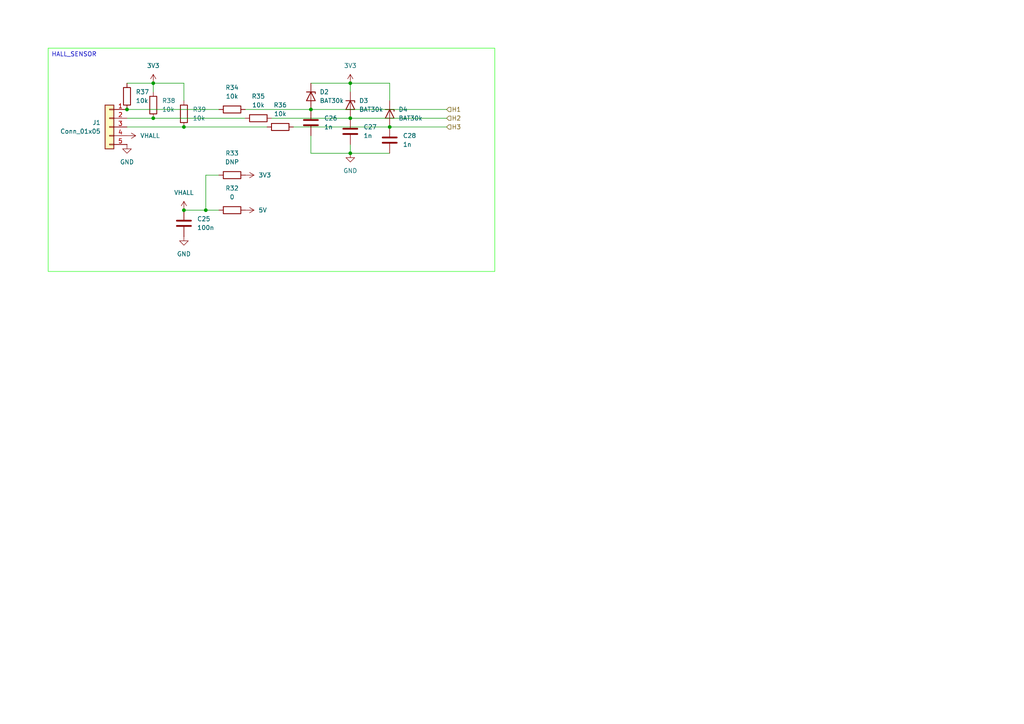
<source format=kicad_sch>
(kicad_sch (version 20231120) (generator "eeschema") (generator_version "8.0")
  (paper "A4")
  (lib_symbols
    (symbol "Connector_Generic:Conn_01x05" (pin_names (offset 1.016) hide)
      (property "Reference" "J" (at 0 7.62 0))
      (property "Value" "Conn_01x05" (at 0 -7.62 0))
      (symbol "Conn_01x05_1_1"
        (rectangle (start -1.27 -4.953) (end 0 -5.207) (stroke (width 0.1524)))
        (rectangle (start -1.27 -2.413) (end 0 -2.667) (stroke (width 0.1524)))
        (rectangle (start -1.27 0.127) (end 0 -0.127) (stroke (width 0.1524)))
        (rectangle (start -1.27 2.667) (end 0 2.413) (stroke (width 0.1524)))
        (rectangle (start -1.27 5.207) (end 0 4.953) (stroke (width 0.1524)))
        (rectangle (start -1.27 6.35) (end 1.27 -6.35) (stroke (width 0.254)) (fill (type background)))
        (pin passive line (at -5.08 5.08 0) (length 3.81) (name "Pin_1") (number "1"))
        (pin passive line (at -5.08 2.54 0) (length 3.81) (name "Pin_2") (number "2"))
        (pin passive line (at -5.08 0 0) (length 3.81) (name "Pin_3") (number "3"))
        (pin passive line (at -5.08 -2.54 0) (length 3.81) (name "Pin_4") (number "4"))
        (pin passive line (at -5.08 -5.08 0) (length 3.81) (name "Pin_5") (number "5"))
      )
    )
    (symbol "Device:C" (pin_numbers hide) (pin_names (offset 0.254))
      (property "Reference" "C" (at 0.635 2.54 0))
      (property "Value" "C" (at 0.635 -2.54 0))
      (symbol "C_0_1"
        (polyline (pts (xy -2.032 -0.762) (xy 2.032 -0.762)) (stroke (width 0.508)))
        (polyline (pts (xy -2.032 0.762) (xy 2.032 0.762)) (stroke (width 0.508)))
      )
      (symbol "C_1_1"
        (pin passive line (at 0 3.81 270) (length 2.794) (name "~") (number "1"))
        (pin passive line (at 0 -3.81 90) (length 2.794) (name "~") (number "2"))
      )
    )
    (symbol "Device:D_Zener" (pin_numbers hide) (pin_names (offset 1.016) hide)
      (property "Reference" "D" (at 0 2.54 0))
      (property "Value" "D_Zener" (at 0 -2.54 0))
      (symbol "D_Zener_0_1"
        (polyline (pts (xy 1.27 0) (xy -1.27 0)))
        (polyline (pts (xy -1.27 -1.27) (xy -1.27 1.27) (xy -0.762 1.27)) (stroke (width 0.254)))
        (polyline (pts (xy 1.27 -1.27) (xy 1.27 1.27) (xy -1.27 0) (xy 1.27 -1.27)) (stroke (width 0.254)))
      )
      (symbol "D_Zener_1_1"
        (pin passive line (at -3.81 0 0) (length 2.54) (name "K") (number "1"))
        (pin passive line (at 3.81 0 180) (length 2.54) (name "A") (number "2"))
      )
    )
    (symbol "Device:R" (pin_numbers hide) (pin_names (offset 0))
      (property "Reference" "R" (at 2.032 0 90))
      (property "Value" "R" (at 0 0 90))
      (symbol "R_0_1"
        (rectangle (start -1.016 -2.54) (end 1.016 2.54) (stroke (width 0.254)))
      )
      (symbol "R_1_1"
        (pin passive line (at 0 3.81 270) (length 1.27) (name "~") (number "1"))
        (pin passive line (at 0 -3.81 90) (length 1.27) (name "~") (number "2"))
      )
    )
    (symbol "power:GND" (power) (pin_numbers hide) (pin_names (offset 0) hide)
      (property "Value" "GND" (at 0 -3.81 0))
      (symbol "GND_0_1"
        (polyline (pts (xy 0 0) (xy 0 -1.27) (xy 1.27 -1.27) (xy 0 -2.54) (xy -1.27 -1.27) (xy 0 -1.27)))
      )
      (symbol "GND_1_1"
        (pin power_in line (at 0 0 270) (length 0) (name "~") (number "1"))
      )
    )
    (symbol "power:VCC" (power) (pin_numbers hide) (pin_names (offset 0) hide)
      (property "Value" "VCC" (at 0 3.556 0))
      (symbol "VCC_0_1"
        (polyline (pts (xy -0.762 1.27) (xy 0 2.54)))
        (polyline (pts (xy 0 0) (xy 0 2.54)))
        (polyline (pts (xy 0 2.54) (xy 0.762 1.27)))
      )
      (symbol "VCC_1_1"
        (pin power_in line (at 0 0 90) (length 0) (name "~") (number "1"))
      )
    )
  )
  (junction (at 101.6 34.29))
  (junction (at 44.45 34.29))
  (junction (at 113.03 36.83))
  (junction (at 44.45 24.13))
  (junction (at 90.17 31.75))
  (junction (at 36.83 31.75))
  (junction (at 53.34 36.83))
  (junction (at 101.6 24.13))
  (junction (at 101.6 44.45))
  (junction (at 53.34 60.96))
  (junction (at 59.69 60.96))
  (wire (pts (xy 113.03 29.21) (xy 113.03 24.13)))
  (wire (pts (xy 101.6 24.13) (xy 101.6 26.67)))
  (wire (pts (xy 101.6 34.29) (xy 129.54 34.29)))
  (wire (pts (xy 44.45 24.13) (xy 44.45 26.67)))
  (wire (pts (xy 44.45 34.29) (xy 36.83 34.29)))
  (wire (pts (xy 90.17 44.45) (xy 101.6 44.45)))
  (wire (pts (xy 53.34 24.13) (xy 44.45 24.13)))
  (wire (pts (xy 59.69 50.8) (xy 59.69 60.96)))
  (wire (pts (xy 59.69 60.96) (xy 63.5 60.96)))
  (wire (pts (xy 101.6 44.45) (xy 113.03 44.45)))
  (wire (pts (xy 53.34 60.96) (xy 59.69 60.96)))
  (wire (pts (xy 71.12 31.75) (xy 90.17 31.75)))
  (wire (pts (xy 78.74 34.29) (xy 101.6 34.29)))
  (wire (pts (xy 113.03 36.83) (xy 129.54 36.83)))
  (wire (pts (xy 101.6 24.13) (xy 90.17 24.13)))
  (wire (pts (xy 85.09 36.83) (xy 113.03 36.83)))
  (wire (pts (xy 53.34 29.21) (xy 53.34 24.13)))
  (wire (pts (xy 71.12 34.29) (xy 44.45 34.29)))
  (wire (pts (xy 77.47 36.83) (xy 53.34 36.83)))
  (wire (pts (xy 53.34 36.83) (xy 36.83 36.83)))
  (wire (pts (xy 90.17 31.75) (xy 129.54 31.75)))
  (wire (pts (xy 44.45 24.13) (xy 36.83 24.13)))
  (wire (pts (xy 113.03 24.13) (xy 101.6 24.13)))
  (wire (pts (xy 101.6 41.91) (xy 101.6 44.45)))
  (wire (pts (xy 90.17 39.37) (xy 90.17 44.45)))
  (wire (pts (xy 63.5 31.75) (xy 36.83 31.75)))
  (wire (pts (xy 63.5 50.8) (xy 59.69 50.8)))
  (text_box "HALL_SENSOR" (at 13.97 13.97 0) (size 129.54 64.77) (stroke (width 0) (color 40 255 30 1)) (effects (font (size 1.27 1.27)) (justify left top)))
  (hierarchical_label "H2" (shape input) (at 129.54 34.29 0))
  (hierarchical_label "H1" (shape input) (at 129.54 31.75 0))
  (hierarchical_label "H3" (shape input) (at 129.54 36.83 0))
  (symbol (lib_id "power:GND") (at 36.83 41.91 0) (unit 1)
    (property "Reference" "#PWR051" (effects (hide yes)))
    (property "Value" "GND" (at 36.83 46.99 0))
    (property "Description" "Power symbol creates a global label with name \"GND\" , ground" (effects (hide yes)))
  )
  (symbol (lib_id "power:VCC") (at 71.12 60.96 270) (unit 1)
    (property "Reference" "#PWR054" (effects (hide yes)))
    (property "Value" "5V" (at 74.93 60.9599 90) (effects (justify left)))
    (property "Description" "Power symbol creates a global label with name \"VCC\"" (effects (hide yes)))
  )
  (symbol (lib_id "power:VCC") (at 44.45 24.13 0) (unit 1)
    (property "Reference" "#PWR056" (effects (hide yes)))
    (property "Value" "3V3" (at 44.45 19.05 0))
    (property "Description" "Power symbol creates a global label with name \"VCC\"" (effects (hide yes)))
  )
  (symbol (lib_id "Device:R") (at 67.31 50.8 90) (unit 1)
    (property "Reference" "R33" (at 67.31 44.45 90))
    (property "Value" "DNP" (at 67.31 46.99 90))
    (property "Footprint" "Resistor_SMD:R_0603_1608Metric" (effects (hide yes)))
    (property "Description" "Resistor" (effects (hide yes)))
  )
  (symbol (lib_id "power:VCC") (at 53.34 60.96 0) (unit 1)
    (property "Reference" "#PWR052" (effects (hide yes)))
    (property "Value" "VHALL" (at 53.34 55.88 0))
    (property "Description" "Power symbol creates a global label with name \"VCC\"" (effects (hide yes)))
  )
  (symbol (lib_id "Device:C") (at 90.17 35.56 0) (unit 1)
    (property "Reference" "C26" (at 93.98 34.2899 0) (effects (justify left)))
    (property "Value" "1n" (at 93.98 36.8299 0) (effects (justify left)))
    (property "Footprint" "Capacitor_SMD:C_0603_1608Metric_Pad1.08x0.95mm_HandSolder" (effects (hide yes)))
    (property "Description" "Unpolarized capacitor" (effects (hide yes)))
  )
  (symbol (lib_id "Device:C") (at 101.6 38.1 0) (unit 1)
    (property "Reference" "C27" (at 105.41 36.8299 0) (effects (justify left)))
    (property "Value" "1n" (at 105.41 39.3699 0) (effects (justify left)))
    (property "Footprint" "Capacitor_SMD:C_0603_1608Metric_Pad1.08x0.95mm_HandSolder" (effects (hide yes)))
    (property "Description" "Unpolarized capacitor" (effects (hide yes)))
  )
  (symbol (lib_id "Device:R") (at 74.93 34.29 90) (unit 1)
    (property "Reference" "R35" (at 74.93 27.94 90))
    (property "Value" "10k" (at 74.93 30.48 90))
    (property "Footprint" "Resistor_SMD:R_0603_1608Metric" (effects (hide yes)))
    (property "Description" "Resistor" (effects (hide yes)))
  )
  (symbol (lib_id "Device:D_Zener") (at 113.03 33.02 270) (unit 1)
    (property "Reference" "D4" (at 115.57 31.7499 90) (effects (justify left)))
    (property "Value" "BAT30k" (at 115.57 34.2899 90) (effects (justify left)))
    (property "Description" "Zener diode" (effects (hide yes)))
  )
  (symbol (lib_id "Device:R") (at 67.31 60.96 90) (unit 1)
    (property "Reference" "R32" (at 67.31 54.61 90))
    (property "Value" "0" (at 67.31 57.15 90))
    (property "Footprint" "Resistor_SMD:R_0603_1608Metric" (effects (hide yes)))
    (property "Description" "Resistor" (effects (hide yes)))
  )
  (symbol (lib_id "Device:D_Zener") (at 90.17 27.94 270) (unit 1)
    (property "Reference" "D2" (at 92.71 26.6699 90) (effects (justify left)))
    (property "Value" "BAT30k" (at 92.71 29.2099 90) (effects (justify left)))
    (property "Description" "Zener diode" (effects (hide yes)))
  )
  (symbol (lib_id "Device:C") (at 113.03 40.64 0) (unit 1)
    (property "Reference" "C28" (at 116.84 39.3699 0) (effects (justify left)))
    (property "Value" "1n" (at 116.84 41.9099 0) (effects (justify left)))
    (property "Footprint" "Capacitor_SMD:C_0603_1608Metric_Pad1.08x0.95mm_HandSolder" (effects (hide yes)))
    (property "Description" "Unpolarized capacitor" (effects (hide yes)))
  )
  (symbol (lib_id "Device:D_Zener") (at 101.6 30.48 270) (unit 1)
    (property "Reference" "D3" (at 104.14 29.2099 90) (effects (justify left)))
    (property "Value" "BAT30k" (at 104.14 31.7499 90) (effects (justify left)))
    (property "Description" "Zener diode" (effects (hide yes)))
  )
  (symbol (lib_id "Device:C") (at 53.34 64.77 0) (unit 1)
    (property "Reference" "C25" (at 57.15 63.4999 0) (effects (justify left)))
    (property "Value" "100n" (at 57.15 66.0399 0) (effects (justify left)))
    (property "Footprint" "Capacitor_SMD:C_0603_1608Metric_Pad1.08x0.95mm_HandSolder" (effects (hide yes)))
    (property "Description" "Unpolarized capacitor" (effects (hide yes)))
  )
  (symbol (lib_id "Device:R") (at 36.83 27.94 180) (unit 1)
    (property "Reference" "R37" (at 39.37 26.6699 0) (effects (justify right)))
    (property "Value" "10k" (at 39.37 29.2099 0) (effects (justify right)))
    (property "Footprint" "Resistor_SMD:R_0603_1608Metric" (effects (hide yes)))
    (property "Description" "Resistor" (effects (hide yes)))
  )
  (symbol (lib_id "Device:R") (at 44.45 30.48 180) (unit 1)
    (property "Reference" "R38" (at 46.99 29.2099 0) (effects (justify right)))
    (property "Value" "10k" (at 46.99 31.7499 0) (effects (justify right)))
    (property "Footprint" "Resistor_SMD:R_0603_1608Metric" (effects (hide yes)))
    (property "Description" "Resistor" (effects (hide yes)))
  )
  (symbol (lib_id "power:GND") (at 53.34 68.58 0) (unit 1)
    (property "Reference" "#PWR053" (effects (hide yes)))
    (property "Value" "GND" (at 53.34 73.66 0))
    (property "Description" "Power symbol creates a global label with name \"GND\" , ground" (effects (hide yes)))
  )
  (symbol (lib_id "Device:R") (at 53.34 33.02 180) (unit 1)
    (property "Reference" "R39" (at 55.88 31.7499 0) (effects (justify right)))
    (property "Value" "10k" (at 55.88 34.2899 0) (effects (justify right)))
    (property "Footprint" "Resistor_SMD:R_0603_1608Metric" (effects (hide yes)))
    (property "Description" "Resistor" (effects (hide yes)))
  )
  (symbol (lib_id "power:VCC") (at 101.6 24.13 0) (unit 1)
    (property "Reference" "#PWR057" (effects (hide yes)))
    (property "Value" "3V3" (at 101.6 19.05 0))
    (property "Description" "Power symbol creates a global label with name \"VCC\"" (effects (hide yes)))
  )
  (symbol (lib_id "power:VCC") (at 36.83 39.37 270) (unit 1)
    (property "Reference" "#PWR050" (effects (hide yes)))
    (property "Value" "VHALL" (at 40.64 39.3699 90) (effects (justify left)))
    (property "Description" "Power symbol creates a global label with name \"VCC\"" (effects (hide yes)))
  )
  (symbol (lib_id "Device:R") (at 67.31 31.75 90) (unit 1)
    (property "Reference" "R34" (at 67.31 25.4 90))
    (property "Value" "10k" (at 67.31 27.94 90))
    (property "Footprint" "Resistor_SMD:R_0603_1608Metric" (effects (hide yes)))
    (property "Description" "Resistor" (effects (hide yes)))
  )
  (symbol (lib_id "power:GND") (at 101.6 44.45 0) (unit 1)
    (property "Reference" "#PWR058" (effects (hide yes)))
    (property "Value" "GND" (at 101.6 49.53 0))
    (property "Description" "Power symbol creates a global label with name \"GND\" , ground" (effects (hide yes)))
  )
  (symbol (lib_id "power:VCC") (at 71.12 50.8 270) (unit 1)
    (property "Reference" "#PWR055" (effects (hide yes)))
    (property "Value" "3V3" (at 74.93 50.7999 90) (effects (justify left)))
    (property "Description" "Power symbol creates a global label with name \"VCC\"" (effects (hide yes)))
  )
  (symbol (lib_id "Device:R") (at 81.28 36.83 90) (unit 1)
    (property "Reference" "R36" (at 81.28 30.48 90))
    (property "Value" "10k" (at 81.28 33.02 90))
    (property "Footprint" "Resistor_SMD:R_0603_1608Metric" (effects (hide yes)))
    (property "Description" "Resistor" (effects (hide yes)))
  )
  (symbol (lib_id "Connector_Generic:Conn_01x05") (at 31.75 36.83 0) (mirror y) (unit 1)
    (property "Reference" "J1" (at 29.21 35.5599 0) (effects (justify left)))
    (property "Value" "Conn_01x05" (at 29.21 38.0999 0) (effects (justify left)))
    (property "Description" "Generic connector, single row, 01x05, script generated (kicad-library-utils/schlib/autogen/connector/)" (effects (hide yes)))
  )
)
</source>
